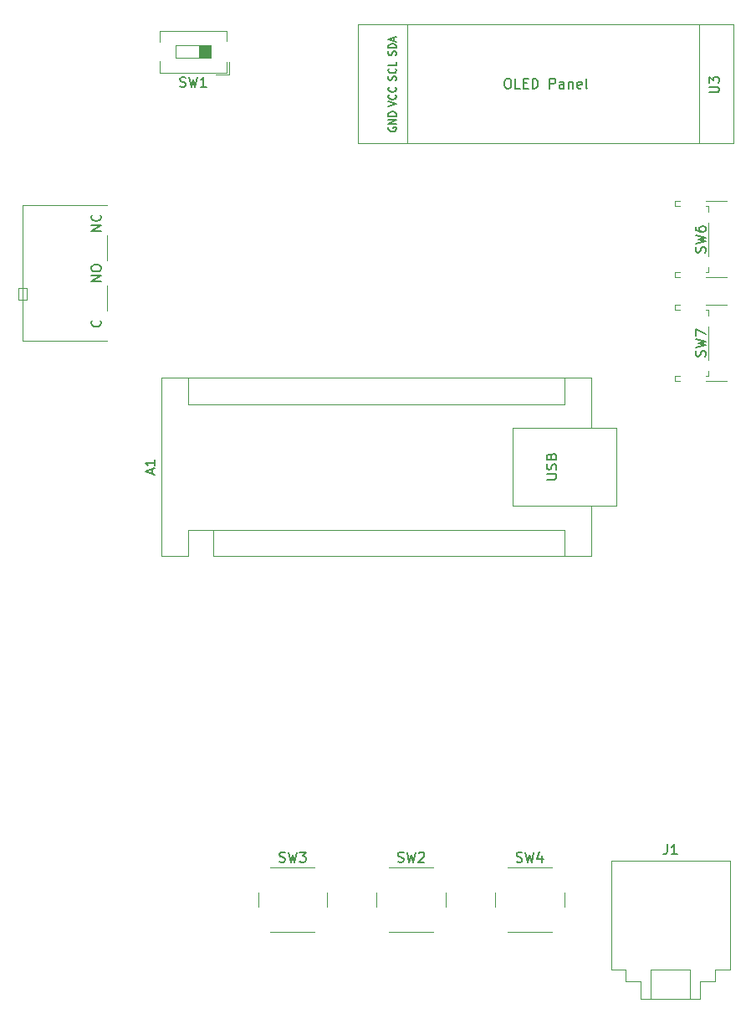
<source format=gbr>
%TF.GenerationSoftware,KiCad,Pcbnew,9.0.0*%
%TF.CreationDate,2025-04-29T13:04:53-04:00*%
%TF.ProjectId,mp3_player,6d70335f-706c-4617-9965-722e6b696361,rev?*%
%TF.SameCoordinates,Original*%
%TF.FileFunction,Legend,Top*%
%TF.FilePolarity,Positive*%
%FSLAX46Y46*%
G04 Gerber Fmt 4.6, Leading zero omitted, Abs format (unit mm)*
G04 Created by KiCad (PCBNEW 9.0.0) date 2025-04-29 13:04:53*
%MOMM*%
%LPD*%
G01*
G04 APERTURE LIST*
%ADD10C,0.150000*%
%ADD11C,0.120000*%
%ADD12C,0.040000*%
G04 APERTURE END LIST*
D10*
X138641042Y-134700200D02*
X138783899Y-134747819D01*
X138783899Y-134747819D02*
X139021994Y-134747819D01*
X139021994Y-134747819D02*
X139117232Y-134700200D01*
X139117232Y-134700200D02*
X139164851Y-134652580D01*
X139164851Y-134652580D02*
X139212470Y-134557342D01*
X139212470Y-134557342D02*
X139212470Y-134462104D01*
X139212470Y-134462104D02*
X139164851Y-134366866D01*
X139164851Y-134366866D02*
X139117232Y-134319247D01*
X139117232Y-134319247D02*
X139021994Y-134271628D01*
X139021994Y-134271628D02*
X138831518Y-134224009D01*
X138831518Y-134224009D02*
X138736280Y-134176390D01*
X138736280Y-134176390D02*
X138688661Y-134128771D01*
X138688661Y-134128771D02*
X138641042Y-134033533D01*
X138641042Y-134033533D02*
X138641042Y-133938295D01*
X138641042Y-133938295D02*
X138688661Y-133843057D01*
X138688661Y-133843057D02*
X138736280Y-133795438D01*
X138736280Y-133795438D02*
X138831518Y-133747819D01*
X138831518Y-133747819D02*
X139069613Y-133747819D01*
X139069613Y-133747819D02*
X139212470Y-133795438D01*
X139545804Y-133747819D02*
X139783899Y-134747819D01*
X139783899Y-134747819D02*
X139974375Y-134033533D01*
X139974375Y-134033533D02*
X140164851Y-134747819D01*
X140164851Y-134747819D02*
X140402947Y-133747819D01*
X140736280Y-133843057D02*
X140783899Y-133795438D01*
X140783899Y-133795438D02*
X140879137Y-133747819D01*
X140879137Y-133747819D02*
X141117232Y-133747819D01*
X141117232Y-133747819D02*
X141212470Y-133795438D01*
X141212470Y-133795438D02*
X141260089Y-133843057D01*
X141260089Y-133843057D02*
X141307708Y-133938295D01*
X141307708Y-133938295D02*
X141307708Y-134033533D01*
X141307708Y-134033533D02*
X141260089Y-134176390D01*
X141260089Y-134176390D02*
X140688661Y-134747819D01*
X140688661Y-134747819D02*
X141307708Y-134747819D01*
X165891041Y-132947819D02*
X165891041Y-133662104D01*
X165891041Y-133662104D02*
X165843422Y-133804961D01*
X165843422Y-133804961D02*
X165748184Y-133900200D01*
X165748184Y-133900200D02*
X165605327Y-133947819D01*
X165605327Y-133947819D02*
X165510089Y-133947819D01*
X166891041Y-133947819D02*
X166319613Y-133947819D01*
X166605327Y-133947819D02*
X166605327Y-132947819D01*
X166605327Y-132947819D02*
X166510089Y-133090676D01*
X166510089Y-133090676D02*
X166414851Y-133185914D01*
X166414851Y-133185914D02*
X166319613Y-133233533D01*
X150641042Y-134700200D02*
X150783899Y-134747819D01*
X150783899Y-134747819D02*
X151021994Y-134747819D01*
X151021994Y-134747819D02*
X151117232Y-134700200D01*
X151117232Y-134700200D02*
X151164851Y-134652580D01*
X151164851Y-134652580D02*
X151212470Y-134557342D01*
X151212470Y-134557342D02*
X151212470Y-134462104D01*
X151212470Y-134462104D02*
X151164851Y-134366866D01*
X151164851Y-134366866D02*
X151117232Y-134319247D01*
X151117232Y-134319247D02*
X151021994Y-134271628D01*
X151021994Y-134271628D02*
X150831518Y-134224009D01*
X150831518Y-134224009D02*
X150736280Y-134176390D01*
X150736280Y-134176390D02*
X150688661Y-134128771D01*
X150688661Y-134128771D02*
X150641042Y-134033533D01*
X150641042Y-134033533D02*
X150641042Y-133938295D01*
X150641042Y-133938295D02*
X150688661Y-133843057D01*
X150688661Y-133843057D02*
X150736280Y-133795438D01*
X150736280Y-133795438D02*
X150831518Y-133747819D01*
X150831518Y-133747819D02*
X151069613Y-133747819D01*
X151069613Y-133747819D02*
X151212470Y-133795438D01*
X151545804Y-133747819D02*
X151783899Y-134747819D01*
X151783899Y-134747819D02*
X151974375Y-134033533D01*
X151974375Y-134033533D02*
X152164851Y-134747819D01*
X152164851Y-134747819D02*
X152402947Y-133747819D01*
X153212470Y-134081152D02*
X153212470Y-134747819D01*
X152974375Y-133700200D02*
X152736280Y-134414485D01*
X152736280Y-134414485D02*
X153355327Y-134414485D01*
X169739075Y-73101332D02*
X169786694Y-72958475D01*
X169786694Y-72958475D02*
X169786694Y-72720380D01*
X169786694Y-72720380D02*
X169739075Y-72625142D01*
X169739075Y-72625142D02*
X169691455Y-72577523D01*
X169691455Y-72577523D02*
X169596217Y-72529904D01*
X169596217Y-72529904D02*
X169500979Y-72529904D01*
X169500979Y-72529904D02*
X169405741Y-72577523D01*
X169405741Y-72577523D02*
X169358122Y-72625142D01*
X169358122Y-72625142D02*
X169310503Y-72720380D01*
X169310503Y-72720380D02*
X169262884Y-72910856D01*
X169262884Y-72910856D02*
X169215265Y-73006094D01*
X169215265Y-73006094D02*
X169167646Y-73053713D01*
X169167646Y-73053713D02*
X169072408Y-73101332D01*
X169072408Y-73101332D02*
X168977170Y-73101332D01*
X168977170Y-73101332D02*
X168881932Y-73053713D01*
X168881932Y-73053713D02*
X168834313Y-73006094D01*
X168834313Y-73006094D02*
X168786694Y-72910856D01*
X168786694Y-72910856D02*
X168786694Y-72672761D01*
X168786694Y-72672761D02*
X168834313Y-72529904D01*
X168786694Y-72196570D02*
X169786694Y-71958475D01*
X169786694Y-71958475D02*
X169072408Y-71767999D01*
X169072408Y-71767999D02*
X169786694Y-71577523D01*
X169786694Y-71577523D02*
X168786694Y-71339428D01*
X168786694Y-70529904D02*
X168786694Y-70720380D01*
X168786694Y-70720380D02*
X168834313Y-70815618D01*
X168834313Y-70815618D02*
X168881932Y-70863237D01*
X168881932Y-70863237D02*
X169024789Y-70958475D01*
X169024789Y-70958475D02*
X169215265Y-71006094D01*
X169215265Y-71006094D02*
X169596217Y-71006094D01*
X169596217Y-71006094D02*
X169691455Y-70958475D01*
X169691455Y-70958475D02*
X169739075Y-70910856D01*
X169739075Y-70910856D02*
X169786694Y-70815618D01*
X169786694Y-70815618D02*
X169786694Y-70625142D01*
X169786694Y-70625142D02*
X169739075Y-70529904D01*
X169739075Y-70529904D02*
X169691455Y-70482285D01*
X169691455Y-70482285D02*
X169596217Y-70434666D01*
X169596217Y-70434666D02*
X169358122Y-70434666D01*
X169358122Y-70434666D02*
X169262884Y-70482285D01*
X169262884Y-70482285D02*
X169215265Y-70529904D01*
X169215265Y-70529904D02*
X169167646Y-70625142D01*
X169167646Y-70625142D02*
X169167646Y-70815618D01*
X169167646Y-70815618D02*
X169215265Y-70910856D01*
X169215265Y-70910856D02*
X169262884Y-70958475D01*
X169262884Y-70958475D02*
X169358122Y-71006094D01*
X170164194Y-56914904D02*
X170973717Y-56914904D01*
X170973717Y-56914904D02*
X171068955Y-56867285D01*
X171068955Y-56867285D02*
X171116575Y-56819666D01*
X171116575Y-56819666D02*
X171164194Y-56724428D01*
X171164194Y-56724428D02*
X171164194Y-56533952D01*
X171164194Y-56533952D02*
X171116575Y-56438714D01*
X171116575Y-56438714D02*
X171068955Y-56391095D01*
X171068955Y-56391095D02*
X170973717Y-56343476D01*
X170973717Y-56343476D02*
X170164194Y-56343476D01*
X170164194Y-55962523D02*
X170164194Y-55343476D01*
X170164194Y-55343476D02*
X170545146Y-55676809D01*
X170545146Y-55676809D02*
X170545146Y-55533952D01*
X170545146Y-55533952D02*
X170592765Y-55438714D01*
X170592765Y-55438714D02*
X170640384Y-55391095D01*
X170640384Y-55391095D02*
X170735622Y-55343476D01*
X170735622Y-55343476D02*
X170973717Y-55343476D01*
X170973717Y-55343476D02*
X171068955Y-55391095D01*
X171068955Y-55391095D02*
X171116575Y-55438714D01*
X171116575Y-55438714D02*
X171164194Y-55533952D01*
X171164194Y-55533952D02*
X171164194Y-55819666D01*
X171164194Y-55819666D02*
X171116575Y-55914904D01*
X171116575Y-55914904D02*
X171068955Y-55962523D01*
X137671670Y-58332999D02*
X138471670Y-58082999D01*
X138471670Y-58082999D02*
X137671670Y-57832999D01*
X138395479Y-57154428D02*
X138433575Y-57190142D01*
X138433575Y-57190142D02*
X138471670Y-57297285D01*
X138471670Y-57297285D02*
X138471670Y-57368713D01*
X138471670Y-57368713D02*
X138433575Y-57475856D01*
X138433575Y-57475856D02*
X138357384Y-57547285D01*
X138357384Y-57547285D02*
X138281194Y-57582999D01*
X138281194Y-57582999D02*
X138128813Y-57618713D01*
X138128813Y-57618713D02*
X138014527Y-57618713D01*
X138014527Y-57618713D02*
X137862146Y-57582999D01*
X137862146Y-57582999D02*
X137785955Y-57547285D01*
X137785955Y-57547285D02*
X137709765Y-57475856D01*
X137709765Y-57475856D02*
X137671670Y-57368713D01*
X137671670Y-57368713D02*
X137671670Y-57297285D01*
X137671670Y-57297285D02*
X137709765Y-57190142D01*
X137709765Y-57190142D02*
X137747860Y-57154428D01*
X138395479Y-56404428D02*
X138433575Y-56440142D01*
X138433575Y-56440142D02*
X138471670Y-56547285D01*
X138471670Y-56547285D02*
X138471670Y-56618713D01*
X138471670Y-56618713D02*
X138433575Y-56725856D01*
X138433575Y-56725856D02*
X138357384Y-56797285D01*
X138357384Y-56797285D02*
X138281194Y-56832999D01*
X138281194Y-56832999D02*
X138128813Y-56868713D01*
X138128813Y-56868713D02*
X138014527Y-56868713D01*
X138014527Y-56868713D02*
X137862146Y-56832999D01*
X137862146Y-56832999D02*
X137785955Y-56797285D01*
X137785955Y-56797285D02*
X137709765Y-56725856D01*
X137709765Y-56725856D02*
X137671670Y-56618713D01*
X137671670Y-56618713D02*
X137671670Y-56547285D01*
X137671670Y-56547285D02*
X137709765Y-56440142D01*
X137709765Y-56440142D02*
X137747860Y-56404428D01*
X138433575Y-53163713D02*
X138471670Y-53056571D01*
X138471670Y-53056571D02*
X138471670Y-52877999D01*
X138471670Y-52877999D02*
X138433575Y-52806571D01*
X138433575Y-52806571D02*
X138395479Y-52770856D01*
X138395479Y-52770856D02*
X138319289Y-52735142D01*
X138319289Y-52735142D02*
X138243098Y-52735142D01*
X138243098Y-52735142D02*
X138166908Y-52770856D01*
X138166908Y-52770856D02*
X138128813Y-52806571D01*
X138128813Y-52806571D02*
X138090717Y-52877999D01*
X138090717Y-52877999D02*
X138052622Y-53020856D01*
X138052622Y-53020856D02*
X138014527Y-53092285D01*
X138014527Y-53092285D02*
X137976432Y-53127999D01*
X137976432Y-53127999D02*
X137900241Y-53163713D01*
X137900241Y-53163713D02*
X137824051Y-53163713D01*
X137824051Y-53163713D02*
X137747860Y-53127999D01*
X137747860Y-53127999D02*
X137709765Y-53092285D01*
X137709765Y-53092285D02*
X137671670Y-53020856D01*
X137671670Y-53020856D02*
X137671670Y-52842285D01*
X137671670Y-52842285D02*
X137709765Y-52735142D01*
X138471670Y-52413713D02*
X137671670Y-52413713D01*
X137671670Y-52413713D02*
X137671670Y-52235142D01*
X137671670Y-52235142D02*
X137709765Y-52127999D01*
X137709765Y-52127999D02*
X137785955Y-52056570D01*
X137785955Y-52056570D02*
X137862146Y-52020856D01*
X137862146Y-52020856D02*
X138014527Y-51985142D01*
X138014527Y-51985142D02*
X138128813Y-51985142D01*
X138128813Y-51985142D02*
X138281194Y-52020856D01*
X138281194Y-52020856D02*
X138357384Y-52056570D01*
X138357384Y-52056570D02*
X138433575Y-52127999D01*
X138433575Y-52127999D02*
X138471670Y-52235142D01*
X138471670Y-52235142D02*
X138471670Y-52413713D01*
X138243098Y-51699427D02*
X138243098Y-51342285D01*
X138471670Y-51770856D02*
X137671670Y-51520856D01*
X137671670Y-51520856D02*
X138471670Y-51270856D01*
X137709765Y-60444428D02*
X137671670Y-60515857D01*
X137671670Y-60515857D02*
X137671670Y-60622999D01*
X137671670Y-60622999D02*
X137709765Y-60730142D01*
X137709765Y-60730142D02*
X137785955Y-60801571D01*
X137785955Y-60801571D02*
X137862146Y-60837285D01*
X137862146Y-60837285D02*
X138014527Y-60872999D01*
X138014527Y-60872999D02*
X138128813Y-60872999D01*
X138128813Y-60872999D02*
X138281194Y-60837285D01*
X138281194Y-60837285D02*
X138357384Y-60801571D01*
X138357384Y-60801571D02*
X138433575Y-60730142D01*
X138433575Y-60730142D02*
X138471670Y-60622999D01*
X138471670Y-60622999D02*
X138471670Y-60551571D01*
X138471670Y-60551571D02*
X138433575Y-60444428D01*
X138433575Y-60444428D02*
X138395479Y-60408714D01*
X138395479Y-60408714D02*
X138128813Y-60408714D01*
X138128813Y-60408714D02*
X138128813Y-60551571D01*
X138471670Y-60087285D02*
X137671670Y-60087285D01*
X137671670Y-60087285D02*
X138471670Y-59658714D01*
X138471670Y-59658714D02*
X137671670Y-59658714D01*
X138471670Y-59301571D02*
X137671670Y-59301571D01*
X137671670Y-59301571D02*
X137671670Y-59123000D01*
X137671670Y-59123000D02*
X137709765Y-59015857D01*
X137709765Y-59015857D02*
X137785955Y-58944428D01*
X137785955Y-58944428D02*
X137862146Y-58908714D01*
X137862146Y-58908714D02*
X138014527Y-58873000D01*
X138014527Y-58873000D02*
X138128813Y-58873000D01*
X138128813Y-58873000D02*
X138281194Y-58908714D01*
X138281194Y-58908714D02*
X138357384Y-58944428D01*
X138357384Y-58944428D02*
X138433575Y-59015857D01*
X138433575Y-59015857D02*
X138471670Y-59123000D01*
X138471670Y-59123000D02*
X138471670Y-59301571D01*
X138433575Y-55685856D02*
X138471670Y-55578714D01*
X138471670Y-55578714D02*
X138471670Y-55400142D01*
X138471670Y-55400142D02*
X138433575Y-55328714D01*
X138433575Y-55328714D02*
X138395479Y-55292999D01*
X138395479Y-55292999D02*
X138319289Y-55257285D01*
X138319289Y-55257285D02*
X138243098Y-55257285D01*
X138243098Y-55257285D02*
X138166908Y-55292999D01*
X138166908Y-55292999D02*
X138128813Y-55328714D01*
X138128813Y-55328714D02*
X138090717Y-55400142D01*
X138090717Y-55400142D02*
X138052622Y-55542999D01*
X138052622Y-55542999D02*
X138014527Y-55614428D01*
X138014527Y-55614428D02*
X137976432Y-55650142D01*
X137976432Y-55650142D02*
X137900241Y-55685856D01*
X137900241Y-55685856D02*
X137824051Y-55685856D01*
X137824051Y-55685856D02*
X137747860Y-55650142D01*
X137747860Y-55650142D02*
X137709765Y-55614428D01*
X137709765Y-55614428D02*
X137671670Y-55542999D01*
X137671670Y-55542999D02*
X137671670Y-55364428D01*
X137671670Y-55364428D02*
X137709765Y-55257285D01*
X138395479Y-54507285D02*
X138433575Y-54542999D01*
X138433575Y-54542999D02*
X138471670Y-54650142D01*
X138471670Y-54650142D02*
X138471670Y-54721570D01*
X138471670Y-54721570D02*
X138433575Y-54828713D01*
X138433575Y-54828713D02*
X138357384Y-54900142D01*
X138357384Y-54900142D02*
X138281194Y-54935856D01*
X138281194Y-54935856D02*
X138128813Y-54971570D01*
X138128813Y-54971570D02*
X138014527Y-54971570D01*
X138014527Y-54971570D02*
X137862146Y-54935856D01*
X137862146Y-54935856D02*
X137785955Y-54900142D01*
X137785955Y-54900142D02*
X137709765Y-54828713D01*
X137709765Y-54828713D02*
X137671670Y-54721570D01*
X137671670Y-54721570D02*
X137671670Y-54650142D01*
X137671670Y-54650142D02*
X137709765Y-54542999D01*
X137709765Y-54542999D02*
X137747860Y-54507285D01*
X138471670Y-53828713D02*
X138471670Y-54185856D01*
X138471670Y-54185856D02*
X137671670Y-54185856D01*
X149680803Y-55517819D02*
X149871279Y-55517819D01*
X149871279Y-55517819D02*
X149966517Y-55565438D01*
X149966517Y-55565438D02*
X150061755Y-55660676D01*
X150061755Y-55660676D02*
X150109374Y-55851152D01*
X150109374Y-55851152D02*
X150109374Y-56184485D01*
X150109374Y-56184485D02*
X150061755Y-56374961D01*
X150061755Y-56374961D02*
X149966517Y-56470200D01*
X149966517Y-56470200D02*
X149871279Y-56517819D01*
X149871279Y-56517819D02*
X149680803Y-56517819D01*
X149680803Y-56517819D02*
X149585565Y-56470200D01*
X149585565Y-56470200D02*
X149490327Y-56374961D01*
X149490327Y-56374961D02*
X149442708Y-56184485D01*
X149442708Y-56184485D02*
X149442708Y-55851152D01*
X149442708Y-55851152D02*
X149490327Y-55660676D01*
X149490327Y-55660676D02*
X149585565Y-55565438D01*
X149585565Y-55565438D02*
X149680803Y-55517819D01*
X151014136Y-56517819D02*
X150537946Y-56517819D01*
X150537946Y-56517819D02*
X150537946Y-55517819D01*
X151347470Y-55994009D02*
X151680803Y-55994009D01*
X151823660Y-56517819D02*
X151347470Y-56517819D01*
X151347470Y-56517819D02*
X151347470Y-55517819D01*
X151347470Y-55517819D02*
X151823660Y-55517819D01*
X152252232Y-56517819D02*
X152252232Y-55517819D01*
X152252232Y-55517819D02*
X152490327Y-55517819D01*
X152490327Y-55517819D02*
X152633184Y-55565438D01*
X152633184Y-55565438D02*
X152728422Y-55660676D01*
X152728422Y-55660676D02*
X152776041Y-55755914D01*
X152776041Y-55755914D02*
X152823660Y-55946390D01*
X152823660Y-55946390D02*
X152823660Y-56089247D01*
X152823660Y-56089247D02*
X152776041Y-56279723D01*
X152776041Y-56279723D02*
X152728422Y-56374961D01*
X152728422Y-56374961D02*
X152633184Y-56470200D01*
X152633184Y-56470200D02*
X152490327Y-56517819D01*
X152490327Y-56517819D02*
X152252232Y-56517819D01*
X154014137Y-56517819D02*
X154014137Y-55517819D01*
X154014137Y-55517819D02*
X154395089Y-55517819D01*
X154395089Y-55517819D02*
X154490327Y-55565438D01*
X154490327Y-55565438D02*
X154537946Y-55613057D01*
X154537946Y-55613057D02*
X154585565Y-55708295D01*
X154585565Y-55708295D02*
X154585565Y-55851152D01*
X154585565Y-55851152D02*
X154537946Y-55946390D01*
X154537946Y-55946390D02*
X154490327Y-55994009D01*
X154490327Y-55994009D02*
X154395089Y-56041628D01*
X154395089Y-56041628D02*
X154014137Y-56041628D01*
X155442708Y-56517819D02*
X155442708Y-55994009D01*
X155442708Y-55994009D02*
X155395089Y-55898771D01*
X155395089Y-55898771D02*
X155299851Y-55851152D01*
X155299851Y-55851152D02*
X155109375Y-55851152D01*
X155109375Y-55851152D02*
X155014137Y-55898771D01*
X155442708Y-56470200D02*
X155347470Y-56517819D01*
X155347470Y-56517819D02*
X155109375Y-56517819D01*
X155109375Y-56517819D02*
X155014137Y-56470200D01*
X155014137Y-56470200D02*
X154966518Y-56374961D01*
X154966518Y-56374961D02*
X154966518Y-56279723D01*
X154966518Y-56279723D02*
X155014137Y-56184485D01*
X155014137Y-56184485D02*
X155109375Y-56136866D01*
X155109375Y-56136866D02*
X155347470Y-56136866D01*
X155347470Y-56136866D02*
X155442708Y-56089247D01*
X155918899Y-55851152D02*
X155918899Y-56517819D01*
X155918899Y-55946390D02*
X155966518Y-55898771D01*
X155966518Y-55898771D02*
X156061756Y-55851152D01*
X156061756Y-55851152D02*
X156204613Y-55851152D01*
X156204613Y-55851152D02*
X156299851Y-55898771D01*
X156299851Y-55898771D02*
X156347470Y-55994009D01*
X156347470Y-55994009D02*
X156347470Y-56517819D01*
X157204613Y-56470200D02*
X157109375Y-56517819D01*
X157109375Y-56517819D02*
X156918899Y-56517819D01*
X156918899Y-56517819D02*
X156823661Y-56470200D01*
X156823661Y-56470200D02*
X156776042Y-56374961D01*
X156776042Y-56374961D02*
X156776042Y-55994009D01*
X156776042Y-55994009D02*
X156823661Y-55898771D01*
X156823661Y-55898771D02*
X156918899Y-55851152D01*
X156918899Y-55851152D02*
X157109375Y-55851152D01*
X157109375Y-55851152D02*
X157204613Y-55898771D01*
X157204613Y-55898771D02*
X157252232Y-55994009D01*
X157252232Y-55994009D02*
X157252232Y-56089247D01*
X157252232Y-56089247D02*
X156776042Y-56184485D01*
X157823661Y-56517819D02*
X157728423Y-56470200D01*
X157728423Y-56470200D02*
X157680804Y-56374961D01*
X157680804Y-56374961D02*
X157680804Y-55517819D01*
X113763479Y-95497285D02*
X113763479Y-95021095D01*
X114049194Y-95592523D02*
X113049194Y-95259190D01*
X113049194Y-95259190D02*
X114049194Y-94925857D01*
X114049194Y-94068714D02*
X114049194Y-94640142D01*
X114049194Y-94354428D02*
X113049194Y-94354428D01*
X113049194Y-94354428D02*
X113192051Y-94449666D01*
X113192051Y-94449666D02*
X113287289Y-94544904D01*
X113287289Y-94544904D02*
X113334908Y-94640142D01*
X153689194Y-96044904D02*
X154498717Y-96044904D01*
X154498717Y-96044904D02*
X154593955Y-95997285D01*
X154593955Y-95997285D02*
X154641575Y-95949666D01*
X154641575Y-95949666D02*
X154689194Y-95854428D01*
X154689194Y-95854428D02*
X154689194Y-95663952D01*
X154689194Y-95663952D02*
X154641575Y-95568714D01*
X154641575Y-95568714D02*
X154593955Y-95521095D01*
X154593955Y-95521095D02*
X154498717Y-95473476D01*
X154498717Y-95473476D02*
X153689194Y-95473476D01*
X154641575Y-95044904D02*
X154689194Y-94902047D01*
X154689194Y-94902047D02*
X154689194Y-94663952D01*
X154689194Y-94663952D02*
X154641575Y-94568714D01*
X154641575Y-94568714D02*
X154593955Y-94521095D01*
X154593955Y-94521095D02*
X154498717Y-94473476D01*
X154498717Y-94473476D02*
X154403479Y-94473476D01*
X154403479Y-94473476D02*
X154308241Y-94521095D01*
X154308241Y-94521095D02*
X154260622Y-94568714D01*
X154260622Y-94568714D02*
X154213003Y-94663952D01*
X154213003Y-94663952D02*
X154165384Y-94854428D01*
X154165384Y-94854428D02*
X154117765Y-94949666D01*
X154117765Y-94949666D02*
X154070146Y-94997285D01*
X154070146Y-94997285D02*
X153974908Y-95044904D01*
X153974908Y-95044904D02*
X153879670Y-95044904D01*
X153879670Y-95044904D02*
X153784432Y-94997285D01*
X153784432Y-94997285D02*
X153736813Y-94949666D01*
X153736813Y-94949666D02*
X153689194Y-94854428D01*
X153689194Y-94854428D02*
X153689194Y-94616333D01*
X153689194Y-94616333D02*
X153736813Y-94473476D01*
X154165384Y-93711571D02*
X154213003Y-93568714D01*
X154213003Y-93568714D02*
X154260622Y-93521095D01*
X154260622Y-93521095D02*
X154355860Y-93473476D01*
X154355860Y-93473476D02*
X154498717Y-93473476D01*
X154498717Y-93473476D02*
X154593955Y-93521095D01*
X154593955Y-93521095D02*
X154641575Y-93568714D01*
X154641575Y-93568714D02*
X154689194Y-93663952D01*
X154689194Y-93663952D02*
X154689194Y-94044904D01*
X154689194Y-94044904D02*
X153689194Y-94044904D01*
X153689194Y-94044904D02*
X153689194Y-93711571D01*
X153689194Y-93711571D02*
X153736813Y-93616333D01*
X153736813Y-93616333D02*
X153784432Y-93568714D01*
X153784432Y-93568714D02*
X153879670Y-93521095D01*
X153879670Y-93521095D02*
X153974908Y-93521095D01*
X153974908Y-93521095D02*
X154070146Y-93568714D01*
X154070146Y-93568714D02*
X154117765Y-93616333D01*
X154117765Y-93616333D02*
X154165384Y-93711571D01*
X154165384Y-93711571D02*
X154165384Y-94044904D01*
X169739075Y-83601332D02*
X169786694Y-83458475D01*
X169786694Y-83458475D02*
X169786694Y-83220380D01*
X169786694Y-83220380D02*
X169739075Y-83125142D01*
X169739075Y-83125142D02*
X169691455Y-83077523D01*
X169691455Y-83077523D02*
X169596217Y-83029904D01*
X169596217Y-83029904D02*
X169500979Y-83029904D01*
X169500979Y-83029904D02*
X169405741Y-83077523D01*
X169405741Y-83077523D02*
X169358122Y-83125142D01*
X169358122Y-83125142D02*
X169310503Y-83220380D01*
X169310503Y-83220380D02*
X169262884Y-83410856D01*
X169262884Y-83410856D02*
X169215265Y-83506094D01*
X169215265Y-83506094D02*
X169167646Y-83553713D01*
X169167646Y-83553713D02*
X169072408Y-83601332D01*
X169072408Y-83601332D02*
X168977170Y-83601332D01*
X168977170Y-83601332D02*
X168881932Y-83553713D01*
X168881932Y-83553713D02*
X168834313Y-83506094D01*
X168834313Y-83506094D02*
X168786694Y-83410856D01*
X168786694Y-83410856D02*
X168786694Y-83172761D01*
X168786694Y-83172761D02*
X168834313Y-83029904D01*
X168786694Y-82696570D02*
X169786694Y-82458475D01*
X169786694Y-82458475D02*
X169072408Y-82267999D01*
X169072408Y-82267999D02*
X169786694Y-82077523D01*
X169786694Y-82077523D02*
X168786694Y-81839428D01*
X168786694Y-81553713D02*
X168786694Y-80887047D01*
X168786694Y-80887047D02*
X169786694Y-81315618D01*
X126641042Y-134700200D02*
X126783899Y-134747819D01*
X126783899Y-134747819D02*
X127021994Y-134747819D01*
X127021994Y-134747819D02*
X127117232Y-134700200D01*
X127117232Y-134700200D02*
X127164851Y-134652580D01*
X127164851Y-134652580D02*
X127212470Y-134557342D01*
X127212470Y-134557342D02*
X127212470Y-134462104D01*
X127212470Y-134462104D02*
X127164851Y-134366866D01*
X127164851Y-134366866D02*
X127117232Y-134319247D01*
X127117232Y-134319247D02*
X127021994Y-134271628D01*
X127021994Y-134271628D02*
X126831518Y-134224009D01*
X126831518Y-134224009D02*
X126736280Y-134176390D01*
X126736280Y-134176390D02*
X126688661Y-134128771D01*
X126688661Y-134128771D02*
X126641042Y-134033533D01*
X126641042Y-134033533D02*
X126641042Y-133938295D01*
X126641042Y-133938295D02*
X126688661Y-133843057D01*
X126688661Y-133843057D02*
X126736280Y-133795438D01*
X126736280Y-133795438D02*
X126831518Y-133747819D01*
X126831518Y-133747819D02*
X127069613Y-133747819D01*
X127069613Y-133747819D02*
X127212470Y-133795438D01*
X127545804Y-133747819D02*
X127783899Y-134747819D01*
X127783899Y-134747819D02*
X127974375Y-134033533D01*
X127974375Y-134033533D02*
X128164851Y-134747819D01*
X128164851Y-134747819D02*
X128402947Y-133747819D01*
X128688661Y-133747819D02*
X129307708Y-133747819D01*
X129307708Y-133747819D02*
X128974375Y-134128771D01*
X128974375Y-134128771D02*
X129117232Y-134128771D01*
X129117232Y-134128771D02*
X129212470Y-134176390D01*
X129212470Y-134176390D02*
X129260089Y-134224009D01*
X129260089Y-134224009D02*
X129307708Y-134319247D01*
X129307708Y-134319247D02*
X129307708Y-134557342D01*
X129307708Y-134557342D02*
X129260089Y-134652580D01*
X129260089Y-134652580D02*
X129212470Y-134700200D01*
X129212470Y-134700200D02*
X129117232Y-134747819D01*
X129117232Y-134747819D02*
X128831518Y-134747819D01*
X128831518Y-134747819D02*
X128736280Y-134700200D01*
X128736280Y-134700200D02*
X128688661Y-134652580D01*
X108579194Y-70918713D02*
X107579194Y-70918713D01*
X107579194Y-70918713D02*
X108579194Y-70347285D01*
X108579194Y-70347285D02*
X107579194Y-70347285D01*
X108483955Y-69299666D02*
X108531575Y-69347285D01*
X108531575Y-69347285D02*
X108579194Y-69490142D01*
X108579194Y-69490142D02*
X108579194Y-69585380D01*
X108579194Y-69585380D02*
X108531575Y-69728237D01*
X108531575Y-69728237D02*
X108436336Y-69823475D01*
X108436336Y-69823475D02*
X108341098Y-69871094D01*
X108341098Y-69871094D02*
X108150622Y-69918713D01*
X108150622Y-69918713D02*
X108007765Y-69918713D01*
X108007765Y-69918713D02*
X107817289Y-69871094D01*
X107817289Y-69871094D02*
X107722051Y-69823475D01*
X107722051Y-69823475D02*
X107626813Y-69728237D01*
X107626813Y-69728237D02*
X107579194Y-69585380D01*
X107579194Y-69585380D02*
X107579194Y-69490142D01*
X107579194Y-69490142D02*
X107626813Y-69347285D01*
X107626813Y-69347285D02*
X107674432Y-69299666D01*
X108579194Y-76022523D02*
X107579194Y-76022523D01*
X107579194Y-76022523D02*
X108579194Y-75451095D01*
X108579194Y-75451095D02*
X107579194Y-75451095D01*
X107579194Y-74784428D02*
X107579194Y-74593952D01*
X107579194Y-74593952D02*
X107626813Y-74498714D01*
X107626813Y-74498714D02*
X107722051Y-74403476D01*
X107722051Y-74403476D02*
X107912527Y-74355857D01*
X107912527Y-74355857D02*
X108245860Y-74355857D01*
X108245860Y-74355857D02*
X108436336Y-74403476D01*
X108436336Y-74403476D02*
X108531575Y-74498714D01*
X108531575Y-74498714D02*
X108579194Y-74593952D01*
X108579194Y-74593952D02*
X108579194Y-74784428D01*
X108579194Y-74784428D02*
X108531575Y-74879666D01*
X108531575Y-74879666D02*
X108436336Y-74974904D01*
X108436336Y-74974904D02*
X108245860Y-75022523D01*
X108245860Y-75022523D02*
X107912527Y-75022523D01*
X107912527Y-75022523D02*
X107722051Y-74974904D01*
X107722051Y-74974904D02*
X107626813Y-74879666D01*
X107626813Y-74879666D02*
X107579194Y-74784428D01*
X108483955Y-79983476D02*
X108531575Y-80031095D01*
X108531575Y-80031095D02*
X108579194Y-80173952D01*
X108579194Y-80173952D02*
X108579194Y-80269190D01*
X108579194Y-80269190D02*
X108531575Y-80412047D01*
X108531575Y-80412047D02*
X108436336Y-80507285D01*
X108436336Y-80507285D02*
X108341098Y-80554904D01*
X108341098Y-80554904D02*
X108150622Y-80602523D01*
X108150622Y-80602523D02*
X108007765Y-80602523D01*
X108007765Y-80602523D02*
X107817289Y-80554904D01*
X107817289Y-80554904D02*
X107722051Y-80507285D01*
X107722051Y-80507285D02*
X107626813Y-80412047D01*
X107626813Y-80412047D02*
X107579194Y-80269190D01*
X107579194Y-80269190D02*
X107579194Y-80173952D01*
X107579194Y-80173952D02*
X107626813Y-80031095D01*
X107626813Y-80031095D02*
X107674432Y-79983476D01*
X116581042Y-56310200D02*
X116723899Y-56357819D01*
X116723899Y-56357819D02*
X116961994Y-56357819D01*
X116961994Y-56357819D02*
X117057232Y-56310200D01*
X117057232Y-56310200D02*
X117104851Y-56262580D01*
X117104851Y-56262580D02*
X117152470Y-56167342D01*
X117152470Y-56167342D02*
X117152470Y-56072104D01*
X117152470Y-56072104D02*
X117104851Y-55976866D01*
X117104851Y-55976866D02*
X117057232Y-55929247D01*
X117057232Y-55929247D02*
X116961994Y-55881628D01*
X116961994Y-55881628D02*
X116771518Y-55834009D01*
X116771518Y-55834009D02*
X116676280Y-55786390D01*
X116676280Y-55786390D02*
X116628661Y-55738771D01*
X116628661Y-55738771D02*
X116581042Y-55643533D01*
X116581042Y-55643533D02*
X116581042Y-55548295D01*
X116581042Y-55548295D02*
X116628661Y-55453057D01*
X116628661Y-55453057D02*
X116676280Y-55405438D01*
X116676280Y-55405438D02*
X116771518Y-55357819D01*
X116771518Y-55357819D02*
X117009613Y-55357819D01*
X117009613Y-55357819D02*
X117152470Y-55405438D01*
X117485804Y-55357819D02*
X117723899Y-56357819D01*
X117723899Y-56357819D02*
X117914375Y-55643533D01*
X117914375Y-55643533D02*
X118104851Y-56357819D01*
X118104851Y-56357819D02*
X118342947Y-55357819D01*
X119247708Y-56357819D02*
X118676280Y-56357819D01*
X118961994Y-56357819D02*
X118961994Y-55357819D01*
X118961994Y-55357819D02*
X118866756Y-55500676D01*
X118866756Y-55500676D02*
X118771518Y-55595914D01*
X118771518Y-55595914D02*
X118676280Y-55643533D01*
D11*
%TO.C,SW2*%
X136474375Y-137793000D02*
X136474375Y-139293000D01*
X137724375Y-141793000D02*
X142224375Y-141793000D01*
X142224375Y-135293000D02*
X137724375Y-135293000D01*
X143474375Y-139293000D02*
X143474375Y-137793000D01*
%TO.C,J1*%
X160224375Y-134593000D02*
X172224375Y-134593000D01*
X160224375Y-145593000D02*
X160224375Y-134593000D01*
X161724375Y-145593000D02*
X160224375Y-145593000D01*
X161724375Y-146793000D02*
X161724375Y-145593000D01*
X163224375Y-146793000D02*
X161724375Y-146793000D01*
X163224375Y-148593000D02*
X163224375Y-146793000D01*
X164224375Y-145593000D02*
X164224375Y-148593000D01*
X168224375Y-145593000D02*
X164224375Y-145593000D01*
X168224375Y-148593000D02*
X168224375Y-145593000D01*
X169224375Y-146793000D02*
X169224375Y-148593000D01*
X169224375Y-148593000D02*
X163224375Y-148593000D01*
X170724375Y-145593000D02*
X170724375Y-146793000D01*
X170724375Y-146793000D02*
X169224375Y-146793000D01*
X172224375Y-134593000D02*
X172224375Y-145593000D01*
X172224375Y-145593000D02*
X170724375Y-145593000D01*
%TO.C,SW4*%
X148474375Y-137793000D02*
X148474375Y-139293000D01*
X149724375Y-141793000D02*
X154224375Y-141793000D01*
X154224375Y-135293000D02*
X149724375Y-135293000D01*
X155474375Y-139293000D02*
X155474375Y-137793000D01*
%TO.C,SW6*%
X166701875Y-67908000D02*
X166701875Y-68428000D01*
X166701875Y-75108000D02*
X166701875Y-75628000D01*
X167211875Y-67908000D02*
X166701875Y-67908000D01*
X167211875Y-68428000D02*
X166701875Y-68428000D01*
X167211875Y-75108000D02*
X166701875Y-75108000D01*
X167211875Y-75628000D02*
X166701875Y-75628000D01*
X170041875Y-68428000D02*
X169811875Y-68428000D01*
X170041875Y-68428000D02*
X170041875Y-68968000D01*
X170041875Y-70068000D02*
X170041875Y-73468000D01*
X170041875Y-74568000D02*
X170041875Y-75108000D01*
X170041875Y-75108000D02*
X169811875Y-75108000D01*
X171911875Y-67908000D02*
X169811875Y-67908000D01*
X171911875Y-75628000D02*
X169811875Y-75628000D01*
D12*
%TO.C,U3*%
X134609375Y-50063000D02*
X134609375Y-62063000D01*
X134609375Y-62063000D02*
X172609375Y-62063000D01*
X139609375Y-62063000D02*
X139609375Y-50063000D01*
X169109375Y-62063000D02*
X169109375Y-50063000D01*
X172609375Y-50063000D02*
X134609375Y-50063000D01*
X172609375Y-62063000D02*
X172609375Y-50063000D01*
D11*
%TO.C,A1*%
X114734375Y-85763000D02*
X114734375Y-103803000D01*
X114734375Y-103803000D02*
X117404375Y-103803000D01*
X117404375Y-88433000D02*
X117404375Y-85763000D01*
X117404375Y-88433000D02*
X155504375Y-88433000D01*
X117404375Y-101133000D02*
X117404375Y-103803000D01*
X119944375Y-101133000D02*
X117404375Y-101133000D01*
X119944375Y-101133000D02*
X119944375Y-103803000D01*
X119944375Y-101133000D02*
X155504375Y-101133000D01*
X119944375Y-103803000D02*
X158174375Y-103803000D01*
X150294375Y-90843000D02*
X160714375Y-90843000D01*
X150294375Y-98723000D02*
X150294375Y-90843000D01*
X155504375Y-88433000D02*
X155504375Y-85763000D01*
X155504375Y-101133000D02*
X155504375Y-103803000D01*
X158174375Y-85763000D02*
X114734375Y-85763000D01*
X158174375Y-85763000D02*
X158174375Y-90843000D01*
X158174375Y-103803000D02*
X158174375Y-98723000D01*
X160714375Y-90843000D02*
X160714375Y-98723000D01*
X160714375Y-98723000D02*
X150294375Y-98723000D01*
%TO.C,SW7*%
X166701875Y-78408000D02*
X166701875Y-78928000D01*
X166701875Y-85608000D02*
X166701875Y-86128000D01*
X167211875Y-78408000D02*
X166701875Y-78408000D01*
X167211875Y-78928000D02*
X166701875Y-78928000D01*
X167211875Y-85608000D02*
X166701875Y-85608000D01*
X167211875Y-86128000D02*
X166701875Y-86128000D01*
X170041875Y-78928000D02*
X169811875Y-78928000D01*
X170041875Y-78928000D02*
X170041875Y-79468000D01*
X170041875Y-80568000D02*
X170041875Y-83968000D01*
X170041875Y-85068000D02*
X170041875Y-85608000D01*
X170041875Y-85608000D02*
X169811875Y-85608000D01*
X171911875Y-78408000D02*
X169811875Y-78408000D01*
X171911875Y-86128000D02*
X169811875Y-86128000D01*
%TO.C,SW3*%
X124474375Y-137793000D02*
X124474375Y-139293000D01*
X125724375Y-141793000D02*
X130224375Y-141793000D01*
X130224375Y-135293000D02*
X125724375Y-135293000D01*
X131474375Y-139293000D02*
X131474375Y-137793000D01*
%TO.C,SW5*%
X100624375Y-68355000D02*
X100624375Y-82071000D01*
X100624375Y-82071000D02*
X109229375Y-82071000D01*
X109229375Y-68355000D02*
X100624375Y-68355000D01*
X109229375Y-71403000D02*
X109229375Y-73943000D01*
X109229375Y-79023000D02*
X109229375Y-76483000D01*
X100224375Y-76693000D02*
X101024375Y-76693000D01*
X101024375Y-77893000D01*
X100224375Y-77893000D01*
X100224375Y-76693000D01*
%TO.C,SW1*%
X114504375Y-51833000D02*
X114504375Y-50683000D01*
X114504375Y-54903000D02*
X114504375Y-53753000D01*
X118517708Y-53428000D02*
X118517708Y-52158000D01*
X121324375Y-50683000D02*
X114504375Y-50683000D01*
X121324375Y-51753000D02*
X121324375Y-50683000D01*
X121324375Y-54903000D02*
X114504375Y-54903000D01*
X121324375Y-54903000D02*
X121324375Y-53833000D01*
X121564375Y-55143000D02*
X120181375Y-55143000D01*
X121564375Y-55143000D02*
X121564375Y-53833000D01*
X119724375Y-53428000D02*
X116104375Y-53428000D01*
X116104375Y-52158000D01*
X119724375Y-52158000D01*
X119724375Y-53428000D01*
X119724375Y-53428000D02*
X118517708Y-53428000D01*
X118517708Y-52158000D01*
X119724375Y-52158000D01*
X119724375Y-53428000D01*
G36*
X119724375Y-53428000D02*
G01*
X118517708Y-53428000D01*
X118517708Y-52158000D01*
X119724375Y-52158000D01*
X119724375Y-53428000D01*
G37*
%TD*%
M02*

</source>
